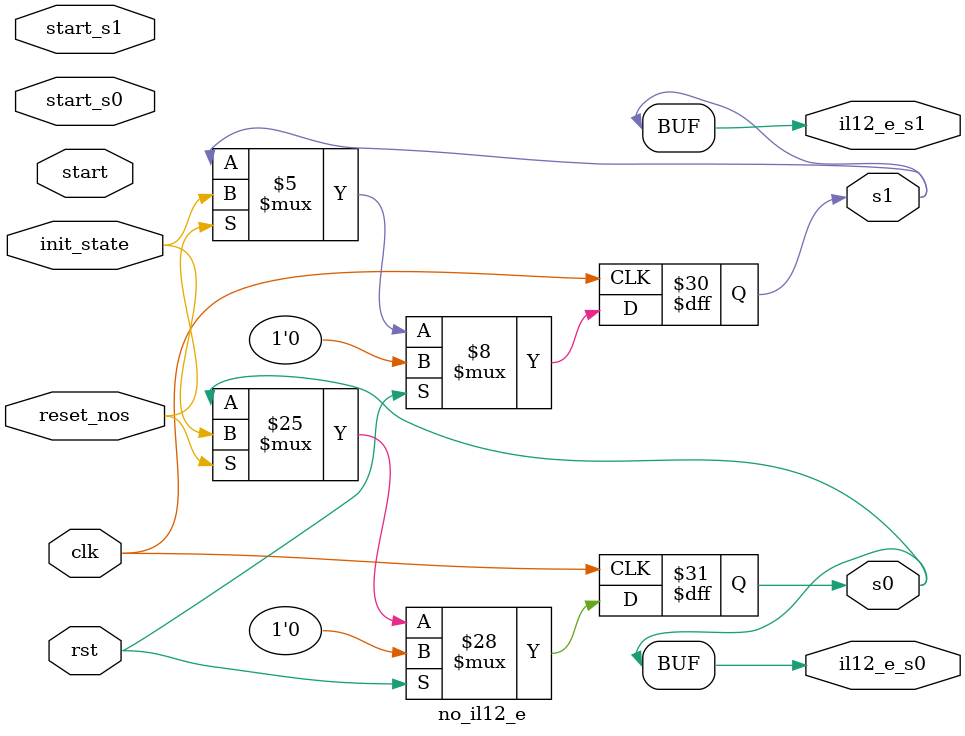
<source format=v>

module no_il12_e
(
  input clk,
  input start,
  input rst,
  input reset_nos,
  input start_s0,
  input start_s1,
  input init_state,
  output reg [1-1:0] s0,
  output reg [1-1:0] s1,
  output [1-1:0] il12_e_s0,
  output [1-1:0] il12_e_s1
);

  reg pass;

  always @(posedge clk) begin
    if(rst) begin
      s0 <= 1'd0;
      pass <= 1'b0;
    end else begin
      if(reset_nos) begin
        s0 <= init_state;
        pass <= 1;
      end else begin
        if(start_s0) begin
          if(pass) begin
            s0 <=  s0 ;
            pass <= 0;
          end else begin
            pass <= 1;
          end
        end 
      end
    end
  end


  always @(posedge clk) begin
    if(rst) begin
      s1 <= 1'd0;
    end else begin
      if(reset_nos) begin
        s1 <= init_state;
      end else begin
        if(start_s1) begin
          s1 <=  s1 ;
        end 
      end
    end
  end

  assign il12_e_s0 = s0;
  assign il12_e_s1 = s1;

endmodule

</source>
